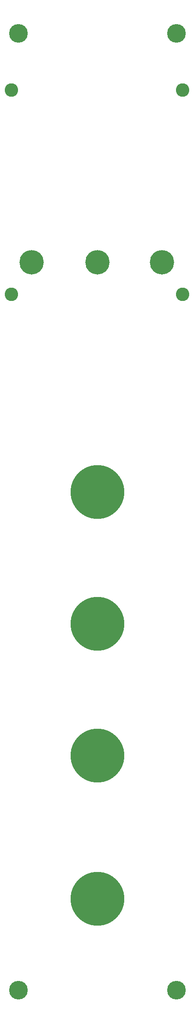
<source format=gbr>
G04 #@! TF.GenerationSoftware,KiCad,Pcbnew,(5.0.0)*
G04 #@! TF.CreationDate,2018-10-26T18:08:54+01:00*
G04 #@! TF.ProjectId,FrontPanel_AD9833FunctionGenerator,46726F6E7450616E656C5F4144393833,rev?*
G04 #@! TF.SameCoordinates,Original*
G04 #@! TF.FileFunction,Soldermask,Top*
G04 #@! TF.FilePolarity,Negative*
%FSLAX46Y46*%
G04 Gerber Fmt 4.6, Leading zero omitted, Abs format (unit mm)*
G04 Created by KiCad (PCBNEW (5.0.0)) date 10/26/18 18:08:54*
%MOMM*%
%LPD*%
G01*
G04 APERTURE LIST*
%ADD10C,4.700000*%
%ADD11C,10.400000*%
%ADD12C,2.600000*%
%ADD13C,3.600000*%
G04 APERTURE END LIST*
D10*
G04 #@! TO.C,REF\002A\002A*
X108635800Y-88163400D03*
G04 #@! TD*
G04 #@! TO.C,REF\002A\002A*
X96215200Y-88163400D03*
G04 #@! TD*
D11*
G04 #@! TO.C,REF\002A\002A*
X96139000Y-210820000D03*
G04 #@! TD*
G04 #@! TO.C,REF\002A\002A*
X96139000Y-132461000D03*
G04 #@! TD*
G04 #@! TO.C,REF\002A\002A*
X96139000Y-157861000D03*
G04 #@! TD*
D12*
G04 #@! TO.C,REF\002A\002A*
X79575681Y-94324698D03*
G04 #@! TD*
G04 #@! TO.C,REF\002A\002A*
X112595681Y-94324698D03*
G04 #@! TD*
G04 #@! TO.C,REF\002A\002A*
X112595681Y-54954698D03*
G04 #@! TD*
G04 #@! TO.C,REF\002A\002A*
X79575681Y-54954698D03*
G04 #@! TD*
D13*
G04 #@! TO.C,REF\002A\002A*
X111379000Y-228473000D03*
G04 #@! TD*
G04 #@! TO.C,REF\002A\002A*
X80899000Y-228473000D03*
G04 #@! TD*
G04 #@! TO.C,REF\002A\002A*
X111379000Y-44069000D03*
G04 #@! TD*
G04 #@! TO.C,REF\002A\002A*
X80899000Y-44069000D03*
G04 #@! TD*
D11*
G04 #@! TO.C,REF\002A\002A*
X96139000Y-183261000D03*
G04 #@! TD*
D10*
G04 #@! TO.C,REF\002A\002A*
X83515200Y-88163400D03*
G04 #@! TD*
M02*

</source>
